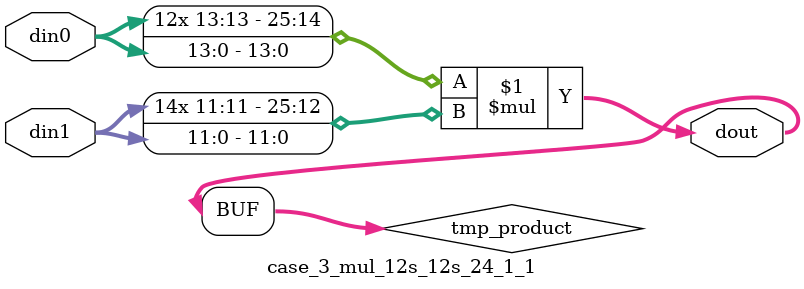
<source format=v>

`timescale 1 ns / 1 ps

 (* use_dsp = "no" *)  module case_3_mul_12s_12s_24_1_1(din0, din1, dout);
parameter ID = 1;
parameter NUM_STAGE = 0;
parameter din0_WIDTH = 14;
parameter din1_WIDTH = 12;
parameter dout_WIDTH = 26;

input [din0_WIDTH - 1 : 0] din0; 
input [din1_WIDTH - 1 : 0] din1; 
output [dout_WIDTH - 1 : 0] dout;

wire signed [dout_WIDTH - 1 : 0] tmp_product;



























assign tmp_product = $signed(din0) * $signed(din1);








assign dout = tmp_product;





















endmodule

</source>
